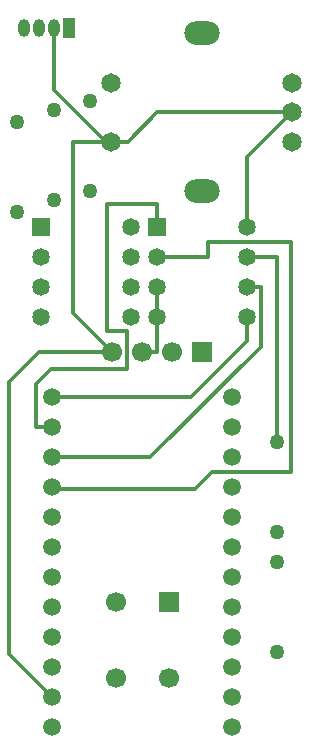
<source format=gbr>
G04 DipTrace 3.3.0.0*
G04 Bottom.gbr*
%MOIN*%
G04 #@! TF.FileFunction,Copper,L2,Bot*
G04 #@! TF.Part,Single*
G04 #@! TA.AperFunction,Conductor*
%ADD14C,0.012992*%
G04 #@! TA.AperFunction,ComponentPad*
%ADD15C,0.059055*%
%ADD16R,0.066929X0.066929*%
%ADD17C,0.066929*%
%ADD18C,0.05*%
%ADD19C,0.05*%
%ADD20C,0.064961*%
%ADD21O,0.11811X0.07874*%
%ADD22O,0.03937X0.059055*%
%ADD23R,0.041339X0.066929*%
%ADD25R,0.0585X0.0585*%
%ADD26C,0.0585*%
%FSLAX26Y26*%
G04*
G70*
G90*
G75*
G01*
G04 Bottom*
%LPD*%
X993701Y2112451D2*
D14*
Y2012451D1*
Y1893701D1*
X943701D1*
X1293701Y2212451D2*
X1393701D1*
Y1593701D1*
X1443701Y2693701D2*
X993701D1*
X895276Y2595276D1*
X837402D1*
X823375D1*
X649950Y2768701D1*
Y2974950D1*
X643701Y743701D2*
X499950Y887451D1*
Y1793699D1*
X599951Y1893701D1*
X843701D1*
X1293701Y2312451D2*
Y2543701D1*
X1443701Y2693701D1*
X837402Y2595276D2*
X712450D1*
Y2024951D1*
X843701Y1893701D1*
X643701Y1443701D2*
Y1437451D1*
X1118702D1*
X1174951Y1493701D1*
X1437450D1*
Y2262451D1*
X1162450D1*
Y2212451D1*
X993701D1*
Y2312451D2*
Y2387451D1*
X824950D1*
Y1963596D1*
X893701D1*
Y1837450D1*
X637451D1*
X587451Y1787450D1*
Y1643701D1*
X643701D1*
X1293701Y2012451D2*
Y1931201D1*
X1106201Y1743701D1*
X643701D1*
X1293701Y2112451D2*
X1337450D1*
Y1912450D1*
X968701Y1543701D1*
X643701D1*
D15*
Y643701D3*
Y743701D3*
Y843701D3*
Y943701D3*
Y1043701D3*
Y1143701D3*
Y1243701D3*
Y1343701D3*
Y1443701D3*
Y1543701D3*
Y1643701D3*
Y1743701D3*
X1243701Y643701D3*
Y743701D3*
Y843701D3*
Y943701D3*
Y1043701D3*
Y1143701D3*
Y1243701D3*
Y1343701D3*
Y1443701D3*
Y1543701D3*
Y1643701D3*
Y1743701D3*
D16*
X1143701Y1893701D3*
D17*
X1043701D3*
X943701D3*
X843701D3*
D18*
X768701Y2731201D3*
D19*
Y2431201D3*
D18*
X649950Y2699951D3*
D19*
Y2399951D3*
D18*
X524950Y2662451D3*
D19*
Y2362451D3*
D18*
X1393701Y893701D3*
D19*
Y1193701D3*
D18*
Y1293701D3*
D19*
Y1593701D3*
D20*
X1443701Y2693701D3*
Y2792126D3*
Y2595276D3*
X837402D3*
Y2792126D3*
D21*
X1140551Y2957480D3*
Y2429921D3*
D22*
X549950Y2974950D3*
X649950D3*
D23*
X699950D3*
D22*
X599950D3*
D25*
X993701Y2312451D3*
D26*
Y2212451D3*
Y2112451D3*
Y2012451D3*
X1293701D3*
Y2112451D3*
Y2212451D3*
Y2312451D3*
D25*
X606201D3*
D26*
Y2212451D3*
Y2112451D3*
Y2012451D3*
X906201D3*
Y2112451D3*
Y2212451D3*
Y2312451D3*
D16*
X1031201Y1062451D3*
D17*
X854035D3*
Y806546D3*
X1031201D3*
M02*

</source>
